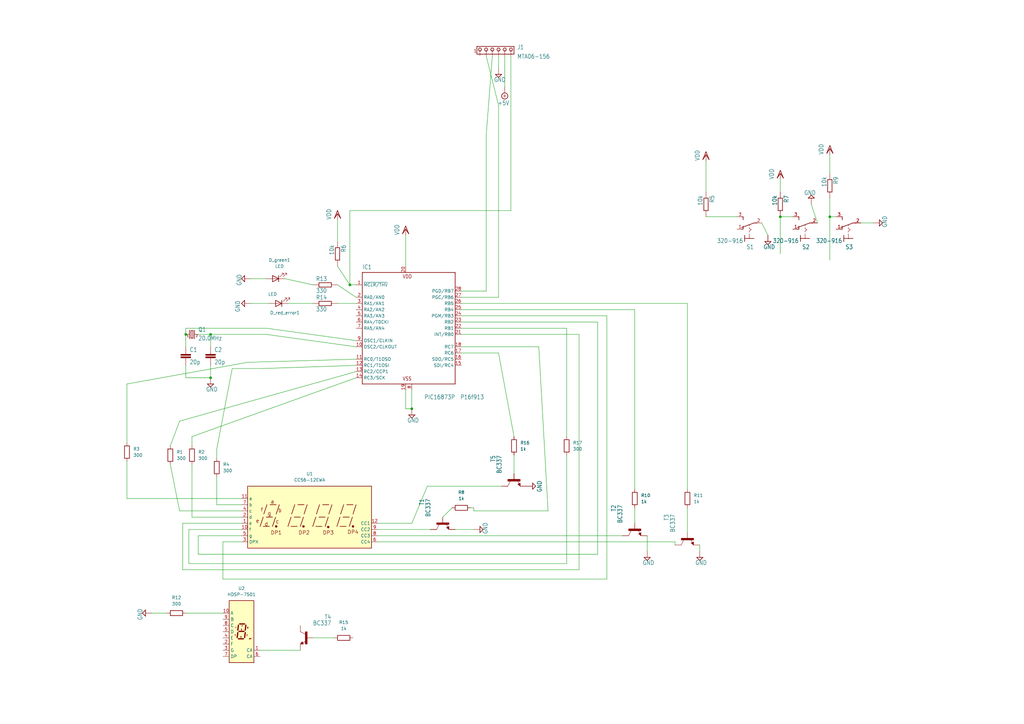
<source format=kicad_sch>
(kicad_sch (version 20250114) (generator "eeschema") (generator_version "9.0")
  (paper "A3")
  (lib_symbols
    (symbol "Device:LED" (pin_numbers (hide yes)) (pin_names (offset 1.016) (hide yes))
      (property "Reference" "D" (at 0 2.54 0))
      (property "Value" "LED" (at 0 -2.54 0))
      (symbol "LED_0_1"
        (polyline (pts (xy -3.048 -0.762) (xy -4.572 -2.286) (xy -3.81 -2.286) (xy -4.572 -2.286) (xy -4.572 -1.524)))
        (polyline (pts (xy -1.778 -0.762) (xy -3.302 -2.286) (xy -2.54 -2.286) (xy -3.302 -2.286) (xy -3.302 -1.524)))
        (polyline (pts (xy -1.27 0) (xy 1.27 0)))
        (polyline (pts (xy -1.27 -1.27) (xy -1.27 1.27)) (stroke (width 0.254)))
        (polyline (pts (xy 1.27 -1.27) (xy 1.27 1.27) (xy -1.27 0) (xy 1.27 -1.27)) (stroke (width 0.254)))
      )
      (symbol "LED_1_1"
        (pin passive line (at -3.81 0 0) (length 2.54) (name "K") (number "1"))
        (pin passive line (at 3.81 0 180) (length 2.54) (name "A") (number "2"))
      )
    )
    (symbol "Device:R" (pin_numbers (hide yes)) (pin_names (offset 0))
      (property "Reference" "R" (at 2.032 0 90))
      (property "Value" "R" (at 0 0 90))
      (symbol "R_0_1"
        (rectangle (start -1.016 -2.54) (end 1.016 2.54) (stroke (width 0.254)))
      )
      (symbol "R_1_1"
        (pin passive line (at 0 3.81 270) (length 1.27) (name "~") (number "1"))
        (pin passive line (at 0 -3.81 90) (length 1.27) (name "~") (number "2"))
      )
    )
    (symbol "Display_Character:CC56-12EWA"
      (property "Reference" "U" (at -24.13 13.97 0))
      (property "Value" "CC56-12EWA" (at 19.05 13.97 0))
      (symbol "CC56-12EWA_0_0"
        (rectangle (start -25.4 12.7) (end 25.4 -12.7) (stroke (width 0.254)) (fill (type background)))
        (polyline (pts (xy -20.32 -3.81) (xy -19.05 0)) (stroke (width 0.254)))
        (polyline (pts (xy -19.05 -3.81) (xy -16.51 -3.81)) (stroke (width 0.254)))
        (polyline (pts (xy -18.796 1.27) (xy -17.526 5.08)) (stroke (width 0.254)))
        (polyline (pts (xy -17.78 0) (xy -15.24 0)) (stroke (width 0.254)))
        (polyline (pts (xy -16.256 5.08) (xy -13.716 5.08)) (stroke (width 0.254)))
        (polyline (pts (xy -15.24 -3.81) (xy -13.97 0)) (stroke (width 0.254)))
        (polyline (pts (xy -13.716 1.27) (xy -12.446 5.08)) (stroke (width 0.254)))
        (polyline (pts (xy -8.89 -3.81) (xy -7.62 0)) (stroke (width 0.254)))
        (polyline (pts (xy -7.62 -3.81) (xy -5.08 -3.81)) (stroke (width 0.254)))
        (polyline (pts (xy -7.366 1.27) (xy -6.096 5.08)) (stroke (width 0.254)))
        (polyline (pts (xy -6.35 0) (xy -3.81 0)) (stroke (width 0.254)))
        (polyline (pts (xy -4.826 5.08) (xy -2.286 5.08)) (stroke (width 0.254)))
        (polyline (pts (xy -3.81 -3.81) (xy -2.54 0)) (stroke (width 0.254)))
        (polyline (pts (xy -2.286 1.27) (xy -1.016 5.08)) (stroke (width 0.254)))
        (polyline (pts (xy 1.27 -3.81) (xy 2.54 0)) (stroke (width 0.254)))
        (polyline (pts (xy 2.54 -3.81) (xy 5.08 -3.81)) (stroke (width 0.254)))
        (polyline (pts (xy 2.794 1.27) (xy 4.064 5.08)) (stroke (width 0.254)))
        (polyline (pts (xy 3.81 0) (xy 6.35 0)) (stroke (width 0.254)))
        (polyline (pts (xy 5.334 5.08) (xy 7.874 5.08)) (stroke (width 0.254)))
        (polyline (pts (xy 6.35 -3.81) (xy 7.62 0)) (stroke (width 0.254)))
        (polyline (pts (xy 7.874 1.27) (xy 9.144 5.08)) (stroke (width 0.254)))
        (polyline (pts (xy 11.176 -3.81) (xy 12.446 0)) (stroke (width 0.254)))
        (polyline (pts (xy 12.446 -3.81) (xy 14.986 -3.81)) (stroke (width 0.254)))
        (polyline (pts (xy 12.7 1.27) (xy 13.97 5.08)) (stroke (width 0.254)))
        (polyline (pts (xy 13.716 0) (xy 16.256 0)) (stroke (width 0.254)))
        (polyline (pts (xy 15.24 5.08) (xy 17.78 5.08)) (stroke (width 0.254)))
        (polyline (pts (xy 16.256 -3.81) (xy 17.526 0)) (stroke (width 0.254)))
        (polyline (pts (xy 17.78 1.27) (xy 19.05 5.08)) (stroke (width 0.254)))
        (text "e" (at -21.336 -1.524 0) (effects (font (size 1.524 1.524))))
        (text "f" (at -19.558 3.048 0) (effects (font (size 1.524 1.524))))
        (text "d" (at -17.78 -2.794 0) (effects (font (size 1.524 1.524))))
        (text "g" (at -16.51 1.524 0) (effects (font (size 1.524 1.524))))
        (text "a" (at -15.24 6.35 0) (effects (font (size 1.524 1.524))))
        (text "DP1" (at -13.716 -6.35 0) (effects (font (size 1.524 1.524))))
        (text "c" (at -13.208 -1.778 0) (effects (font (size 1.524 1.524))))
        (text "b" (at -12.192 2.794 0) (effects (font (size 1.524 1.524))))
        (text "DP2" (at -2.286 -6.35 0) (effects (font (size 1.524 1.524))))
        (text "DP3" (at 7.62 -6.35 0) (effects (font (size 1.524 1.524))))
        (text "DP4" (at 17.78 -6.096 0) (effects (font (size 1.524 1.524))))
      )
      (symbol "CC56-12EWA_0_1"
        (circle (center -13.716 -3.81) (radius 0.3556) (stroke (width 0.254)) (fill (type outline)))
        (circle (center -2.54 -3.81) (radius 0.3556) (stroke (width 0.254)) (fill (type outline)))
      )
      (symbol "CC56-12EWA_1_0"
        (circle (center 7.62 -4.064) (radius 0.3556) (stroke (width 0.254)) (fill (type outline)))
        (circle (center 17.78 -3.81) (radius 0.3556) (stroke (width 0.254)) (fill (type outline)))
      )
      (symbol "CC56-12EWA_1_1"
        (pin input line (at -27.94 7.62 0) (length 2.54) (name "a") (number "11"))
        (pin input line (at -27.94 5.08 0) (length 2.54) (name "b") (number "7"))
        (pin input line (at -27.94 2.54 0) (length 2.54) (name "c") (number "4"))
        (pin input line (at -27.94 0 0) (length 2.54) (name "d") (number "2"))
        (pin input line (at -27.94 -2.54 0) (length 2.54) (name "e") (number "1"))
        (pin input line (at -27.94 -5.08 0) (length 2.54) (name "f") (number "10"))
        (pin input line (at -27.94 -7.62 0) (length 2.54) (name "g") (number "5"))
        (pin input line (at -27.94 -10.16 0) (length 2.54) (name "DPX") (number "3"))
        (pin input line (at 27.94 -2.54 180) (length 2.54) (name "CC1") (number "12"))
        (pin input line (at 27.94 -5.08 180) (length 2.54) (name "CC2") (number "9"))
        (pin input line (at 27.94 -7.62 180) (length 2.54) (name "CC3") (number "8"))
        (pin input line (at 27.94 -10.16 180) (length 2.54) (name "CC4") (number "6"))
      )
    )
    (symbol "Display_Character:HDSP-7501"
      (property "Reference" "U" (at -3.81 13.97 0))
      (property "Value" "HDSP-7501" (at 6.35 13.97 0))
      (symbol "HDSP-7501_1_0"
        (text "E" (at -2.54 -1.397 0) (effects (font (size 0.508 0.508))))
        (text "F" (at -2.286 1.651 0) (effects (font (size 0.508 0.508))))
        (text "D" (at -0.254 -2.159 0) (effects (font (size 0.508 0.508))))
        (text "G" (at 0 0.889 0) (effects (font (size 0.508 0.508))))
        (text "A" (at 0.254 2.413 0) (effects (font (size 0.508 0.508))))
        (text "C" (at 2.286 -1.397 0) (effects (font (size 0.508 0.508))))
        (text "B" (at 2.54 1.651 0) (effects (font (size 0.508 0.508))))
        (text "DP" (at 3.556 -2.921 0) (effects (font (size 0.508 0.508))))
      )
      (symbol "HDSP-7501_1_1"
        (rectangle (start -5.08 12.7) (end 5.08 -12.7) (stroke (width 0.254)) (fill (type background)))
        (polyline (pts (xy -1.524 -0.381) (xy -1.778 -2.413)) (stroke (width 0.508)))
        (polyline (pts (xy -1.27 2.667) (xy -1.524 0.635)) (stroke (width 0.508)))
        (polyline (pts (xy -1.27 -2.921) (xy 0.762 -2.921)) (stroke (width 0.508)))
        (polyline (pts (xy -1.016 0.127) (xy 1.016 0.127)) (stroke (width 0.508)))
        (polyline (pts (xy -0.762 3.175) (xy 1.27 3.175)) (stroke (width 0.508)))
        (polyline (pts (xy 1.524 -0.381) (xy 1.27 -2.413)) (stroke (width 0.508)))
        (polyline (pts (xy 1.778 2.667) (xy 1.524 0.635)) (stroke (width 0.508)))
        (polyline (pts (xy 2.54 -2.921) (xy 2.54 -2.921)) (stroke (width 0.508)))
        (pin input line (at -7.62 7.62 0) (length 2.54) (name "A") (number "10"))
        (pin input line (at -7.62 5.08 0) (length 2.54) (name "B") (number "9"))
        (pin input line (at -7.62 2.54 0) (length 2.54) (name "C") (number "8"))
        (pin input line (at -7.62 0 0) (length 2.54) (name "D") (number "5"))
        (pin input line (at -7.62 -2.54 0) (length 2.54) (name "E") (number "4"))
        (pin input line (at -7.62 -5.08 0) (length 2.54) (name "F") (number "2"))
        (pin input line (at -7.62 -7.62 0) (length 2.54) (name "G") (number "3"))
        (pin input line (at -7.62 -10.16 0) (length 2.54) (name "DP") (number "7"))
        (pin input line (at 7.62 -7.62 180) (length 2.54) (name "CA") (number "1"))
        (pin input line (at 7.62 -10.16 180) (length 2.54) (name "CA") (number "6"))
      )
    )
    (symbol "schemat_regulatora-eagle-import:+5V" (power)
      (property "Value" "+5V" (at -1.905 3.175 0))
      (symbol "+5V_1_0"
        (polyline (pts (xy -0.635 1.27) (xy 0.635 1.27)) (stroke (width 0.1524)))
        (circle (center 0 1.27) (radius 1.27) (stroke (width 0.254)))
        (polyline (pts (xy 0 0.635) (xy 0 1.905)) (stroke (width 0.1524)))
        (pin power_in line (at 0 -2.54 90) (length 2.54) (name "+5V") (number "1"))
      )
    )
    (symbol "schemat_regulatora-eagle-import:320-916"
      (property "Reference" "S" (at -6.35 -1.905 90))
      (property "Value" "320-916" (at -3.81 2.54 90))
      (symbol "320-916_1_0"
        (polyline (pts (xy -5.08 1.905) (xy -3.81 1.905)) (stroke (width 0.254)))
        (polyline (pts (xy -3.81 1.905) (xy -3.81 0)) (stroke (width 0.254)))
        (polyline (pts (xy -3.81 1.905) (xy -2.54 1.905)) (stroke (width 0.254)))
        (polyline (pts (xy -3.81 0) (xy -3.81 -1.905)) (stroke (width 0.254)))
        (polyline (pts (xy -3.81 0) (xy -1.905 0)) (stroke (width 0.1524)))
        (polyline (pts (xy -1.27 0) (xy -0.762 0)) (stroke (width 0.1524)))
        (polyline (pts (xy -0.762 0) (xy -0.254 -0.762)) (stroke (width 0.1524)))
        (polyline (pts (xy -0.254 -0.762) (xy 0.254 0)) (stroke (width 0.1524)))
        (polyline (pts (xy 0 2.54) (xy 0 3.175)) (stroke (width 0.254)))
        (polyline (pts (xy 0 2.54) (xy 1.27 2.54)) (stroke (width 0.254)))
        (polyline (pts (xy 0.254 0) (xy 0.635 0)) (stroke (width 0.1524)))
        (polyline (pts (xy 1.27 0) (xy 1.905 0)) (stroke (width 0.1524)))
        (polyline (pts (xy 2.54 -1.905) (xy 0.635 3.175)) (stroke (width 0.254)))
        (polyline (pts (xy 2.54 -3.175) (xy 2.54 -1.905)) (stroke (width 0.254)))
        (polyline (pts (xy 3.81 2.54) (xy 5.08 2.54)) (stroke (width 0.254)))
        (polyline (pts (xy 5.08 2.54) (xy 5.08 3.175)) (stroke (width 0.254)))
        (pin passive line (at 0 5.08 270) (length 2.54) (name "O") (number "1"))
        (pin passive line (at 2.54 -5.08 90) (length 2.54) (name "P") (number "2"))
        (pin passive line (at 5.08 5.08 270) (length 2.54) (name "S") (number "3"))
      )
    )
    (symbol "schemat_regulatora-eagle-import:BC337"
      (property "Reference" "T" (at -10.16 7.62 0))
      (property "Value" "BC337" (at -10.16 5.08 0))
      (symbol "BC337_1_0"
        (rectangle (start -0.254 -2.54) (end 0.508 2.54) (fill (type outline)))
        (polyline (pts (xy 1.27 -2.54) (xy 1.778 -1.524)) (stroke (width 0.1524)))
        (polyline (pts (xy 1.524 -2.286) (xy 1.905 -2.286)) (stroke (width 0.254)))
        (polyline (pts (xy 1.524 -2.413) (xy 2.286 -2.413)) (stroke (width 0.254)))
        (polyline (pts (xy 1.54 -2.04) (xy 0.308 -1.424)) (stroke (width 0.1524)))
        (polyline (pts (xy 1.778 -1.524) (xy 2.54 -2.54)) (stroke (width 0.1524)))
        (polyline (pts (xy 1.778 -1.778) (xy 1.524 -2.286)) (stroke (width 0.254)))
        (polyline (pts (xy 1.905 -2.286) (xy 1.778 -2.032)) (stroke (width 0.254)))
        (polyline (pts (xy 2.286 -2.413) (xy 1.778 -1.778)) (stroke (width 0.254)))
        (polyline (pts (xy 2.54 2.54) (xy 0.508 1.524)) (stroke (width 0.1524)))
        (polyline (pts (xy 2.54 -2.54) (xy 1.27 -2.54)) (stroke (width 0.1524)))
        (pin passive line (at -2.54 0 0) (length 2.54) (name "B") (number "2"))
        (pin passive line (at 2.54 5.08 270) (length 2.54) (name "C") (number "3"))
        (pin passive line (at 2.54 -5.08 90) (length 2.54) (name "E") (number "1"))
      )
    )
    (symbol "schemat_regulatora-eagle-import:C5/4.5"
      (property "Reference" "C" (at 1.524 0.381 0))
      (property "Value" "C5{slash}4.5" (at 1.524 -4.699 0))
      (symbol "C5/4.5_1_0"
        (rectangle (start -2.032 -1.016) (end 2.032 -0.508) (fill (type outline)))
        (rectangle (start -2.032 -2.032) (end 2.032 -1.524) (fill (type outline)))
        (polyline (pts (xy 0 0) (xy 0 -0.508)) (stroke (width 0.1524)))
        (polyline (pts (xy 0 -2.54) (xy 0 -2.032)) (stroke (width 0.1524)))
        (pin passive line (at 0 2.54 270) (length 2.54) (name "1") (number "1"))
        (pin passive line (at 0 -5.08 90) (length 2.54) (name "2") (number "2"))
      )
    )
    (symbol "schemat_regulatora-eagle-import:CRYSTALHC49S"
      (property "Reference" "Q" (at 2.54 1.016 0))
      (property "Value" "CRYSTALHC49S" (at 2.54 -2.54 0))
      (symbol "CRYSTALHC49S_1_0"
        (polyline (pts (xy -2.54 0) (xy -1.016 0)) (stroke (width 0.1524)))
        (polyline (pts (xy -1.016 1.778) (xy -1.016 -1.778)) (stroke (width 0.254)))
        (polyline (pts (xy -0.381 1.524) (xy -0.381 -1.524)) (stroke (width 0.254)))
        (polyline (pts (xy -0.381 -1.524) (xy 0.381 -1.524)) (stroke (width 0.254)))
        (polyline (pts (xy 0.381 1.524) (xy -0.381 1.524)) (stroke (width 0.254)))
        (polyline (pts (xy 0.381 -1.524) (xy 0.381 1.524)) (stroke (width 0.254)))
        (polyline (pts (xy 1.016 1.778) (xy 1.016 -1.778)) (stroke (width 0.254)))
        (polyline (pts (xy 1.016 0) (xy 2.54 0)) (stroke (width 0.1524)))
        (text "1" (at -2.159 -1.143 0) (effects (font (size 0.8636 0.734)) (justify left bottom)))
        (text "2" (at 1.524 -1.143 0) (effects (font (size 0.8636 0.734)) (justify left bottom)))
        (pin passive line (at -2.54 0 0) (length 0) (name "1") (number "1"))
        (pin passive line (at 2.54 0 180) (length 0) (name "2") (number "2"))
      )
    )
    (symbol "schemat_regulatora-eagle-import:GND" (power)
      (property "Value" "GND" (at -1.905 -3.175 0))
      (symbol "GND_1_0"
        (polyline (pts (xy -1.27 0) (xy 1.27 0)) (stroke (width 0.254)))
        (polyline (pts (xy 0 -1.27) (xy -1.27 0)) (stroke (width 0.254)))
        (polyline (pts (xy 1.27 0) (xy 0 -1.27)) (stroke (width 0.254)))
        (pin power_in line (at 0 2.54 270) (length 2.54) (name "GND") (number "1"))
      )
    )
    (symbol "schemat_regulatora-eagle-import:MTA06-156"
      (property "Reference" "J" (at 15.24 0 0))
      (property "Value" "MTA06-156" (at 15.24 -3.81 0))
      (symbol "MTA06-156_1_0"
        (polyline (pts (xy -1.27 1.27) (xy -1.27 -1.905)) (stroke (width 0.254)))
        (polyline (pts (xy -1.27 1.27) (xy 13.97 1.27)) (stroke (width 0.254)))
        (circle (center 0 0) (radius 0.635) (stroke (width 0.254)))
        (circle (center 2.54 0) (radius 0.635) (stroke (width 0.254)))
        (circle (center 5.08 0) (radius 0.635) (stroke (width 0.254)))
        (circle (center 7.62 0) (radius 0.635) (stroke (width 0.254)))
        (circle (center 10.16 0) (radius 0.635) (stroke (width 0.254)))
        (circle (center 12.7 0) (radius 0.635) (stroke (width 0.254)))
        (polyline (pts (xy 13.97 -1.905) (xy -1.27 -1.905)) (stroke (width 0.254)))
        (polyline (pts (xy 13.97 -1.905) (xy 13.97 1.27)) (stroke (width 0.254)))
        (text "1" (at -2.54 -1.27 0) (effects (font (size 1.27 1.0795)) (justify left bottom)))
        (pin passive line (at 0 -2.54 90) (length 2.54) (name "1") (number "1"))
        (pin passive line (at 2.54 -2.54 90) (length 2.54) (name "2") (number "2"))
        (pin passive line (at 5.08 -2.54 90) (length 2.54) (name "3") (number "3"))
        (pin passive line (at 7.62 -2.54 90) (length 2.54) (name "4") (number "4"))
        (pin passive line (at 10.16 -2.54 90) (length 2.54) (name "5") (number "5"))
        (pin passive line (at 12.7 -2.54 90) (length 2.54) (name "6") (number "6"))
      )
    )
    (symbol "schemat_regulatora-eagle-import:PIC16873P"
      (property "Reference" "IC" (at -17.78 24.13 0))
      (property "Value" "PIC16873P" (at 7.62 -25.4 0))
      (symbol "PIC16873P_1_0"
        (polyline (pts (xy -17.78 22.86) (xy 20.32 22.86)) (stroke (width 0.254)))
        (polyline (pts (xy -17.78 -22.86) (xy -17.78 22.86)) (stroke (width 0.254)))
        (polyline (pts (xy 20.32 22.86) (xy 20.32 -22.86)) (stroke (width 0.254)))
        (polyline (pts (xy 20.32 -22.86) (xy -17.78 -22.86)) (stroke (width 0.254)))
        (text "VDD" (at -1.27 20.32 0) (effects (font (size 1.524 1.2954)) (justify left bottom)))
        (text "VSS" (at -1.27 -21.59 0) (effects (font (size 1.524 1.2954)) (justify left bottom)))
        (pin input line (at -20.32 17.78 0) (length 2.54) (name "~{MCLR/THV}") (number "1"))
        (pin bidirectional line (at -20.32 12.7 0) (length 2.54) (name "RA0/AN0") (number "2"))
        (pin bidirectional line (at -20.32 10.16 0) (length 2.54) (name "RA1/AN1") (number "3"))
        (pin bidirectional line (at -20.32 7.62 0) (length 2.54) (name "RA2/AN2") (number "4"))
        (pin bidirectional line (at -20.32 5.08 0) (length 2.54) (name "RA3/AN3") (number "5"))
        (pin bidirectional line (at -20.32 2.54 0) (length 2.54) (name "RA4/T0CKI") (number "6"))
        (pin bidirectional line (at -20.32 0 0) (length 2.54) (name "RA5/AN4") (number "7"))
        (pin input line (at -20.32 -5.08 0) (length 2.54) (name "OSC1/CLKIN") (number "9"))
        (pin output line (at -20.32 -7.62 0) (length 2.54) (name "OSC2/CLKOUT") (number "10"))
        (pin bidirectional line (at -20.32 -12.7 0) (length 2.54) (name "RC0/T1OSO") (number "11"))
        (pin bidirectional line (at -20.32 -15.24 0) (length 2.54) (name "RC1/T1OSI") (number "12"))
        (pin bidirectional line (at -20.32 -17.78 0) (length 2.54) (name "RC2/CCP1") (number "13"))
        (pin bidirectional line (at -20.32 -20.32 0) (length 2.54) (name "RC3/SCK") (number "14"))
        (pin power_in line (at 0 25.4 270) (length 2.54) (name "VDD") (number "20"))
        (pin power_in line (at 0 -25.4 90) (length 2.54) (name "VSS@1") (number "19"))
        (pin power_in line (at 2.54 -25.4 90) (length 2.54) (name "VSS") (number "8"))
        (pin bidirectional line (at 22.86 15.24 180) (length 2.54) (name "PGD/RB7") (number "28"))
        (pin bidirectional line (at 22.86 12.7 180) (length 2.54) (name "PGC/RB6") (number "27"))
        (pin bidirectional line (at 22.86 10.16 180) (length 2.54) (name "RB5") (number "26"))
        (pin bidirectional line (at 22.86 7.62 180) (length 2.54) (name "RB4") (number "25"))
        (pin bidirectional line (at 22.86 5.08 180) (length 2.54) (name "PGM/RB3") (number "24"))
        (pin bidirectional line (at 22.86 2.54 180) (length 2.54) (name "RB2") (number "23"))
        (pin bidirectional line (at 22.86 0 180) (length 2.54) (name "RB1") (number "22"))
        (pin bidirectional line (at 22.86 -2.54 180) (length 2.54) (name "INT/RB0") (number "21"))
        (pin bidirectional line (at 22.86 -7.62 180) (length 2.54) (name "RC7") (number "18"))
        (pin bidirectional line (at 22.86 -10.16 180) (length 2.54) (name "RC6") (number "17"))
        (pin bidirectional line (at 22.86 -12.7 180) (length 2.54) (name "SDO/RC5") (number "16"))
        (pin bidirectional line (at 22.86 -15.24 180) (length 2.54) (name "SDI/RC4") (number "15"))
      )
    )
    (symbol "schemat_regulatora-eagle-import:R-EU_0204/7"
      (property "Reference" "R" (at -3.81 1.4986 0))
      (property "Value" "R-EU_0204{slash}7" (at -3.81 -3.302 0))
      (symbol "R-EU_0204/7_1_0"
        (polyline (pts (xy -2.54 -0.889) (xy -2.54 0.889)) (stroke (width 0.254)))
        (polyline (pts (xy -2.54 -0.889) (xy 2.54 -0.889)) (stroke (width 0.254)))
        (polyline (pts (xy 2.54 0.889) (xy -2.54 0.889)) (stroke (width 0.254)))
        (polyline (pts (xy 2.54 -0.889) (xy 2.54 0.889)) (stroke (width 0.254)))
        (pin passive line (at -5.08 0 0) (length 2.54) (name "1") (number "1"))
        (pin passive line (at 5.08 0 180) (length 2.54) (name "2") (number "2"))
      )
    )
    (symbol "schemat_regulatora-eagle-import:VDD" (power)
      (property "Value" "VDD" (at -2.54 -2.54 90))
      (symbol "VDD_1_0"
        (polyline (pts (xy 0 1.27) (xy -1.27 -1.905)) (stroke (width 0.254)))
        (polyline (pts (xy 0 0) (xy -1.27 -1.905)) (stroke (width 0.254)))
        (polyline (pts (xy 1.27 -1.905) (xy 0 1.27)) (stroke (width 0.254)))
        (polyline (pts (xy 1.27 -1.905) (xy 0 0)) (stroke (width 0.254)))
        (pin power_in line (at 0 -2.54 90) (length 2.54) (name "VDD") (number "1"))
      )
    )
  )
  (junction (at 76.2 137.16))
  (junction (at 86.36 154.94))
  (junction (at 168.91 167.64))
  (junction (at 86.36 137.16))
  (junction (at 340.36 88.9))
  (junction (at 320.04 88.9))
  (junction (at 143.51 116.84))
  (wire (pts (xy 88.9 195.58) (xy 88.9 207.01)))
  (wire (pts (xy 99.06 214.63) (xy 74.93 214.63)))
  (wire (pts (xy 168.91 167.64) (xy 168.91 160.02)))
  (wire (pts (xy 74.93 214.63) (xy 74.93 233.68)))
  (wire (pts (xy 232.41 179.07) (xy 232.41 134.62)))
  (wire (pts (xy 78.74 212.09) (xy 99.06 212.09)))
  (wire (pts (xy 210.82 194.31) (xy 210.82 186.69)))
  (wire (pts (xy 99.06 209.55) (xy 73.66 209.55)))
  (wire (pts (xy 166.37 167.64) (xy 168.91 167.64)))
  (wire (pts (xy 109.22 134.62) (xy 146.05 139.7)))
  (wire (pts (xy 102.87 114.3) (xy 109.22 114.3)))
  (wire (pts (xy 138.43 90.17) (xy 138.43 99.06)))
  (wire (pts (xy 62.23 251.46) (xy 68.58 251.46)))
  (wire (pts (xy 138.43 116.84) (xy 146.05 121.92)))
  (wire (pts (xy 137.16 261.62) (xy 128.27 261.62)))
  (wire (pts (xy 332.74 83.82) (xy 335.28 91.44)))
  (wire (pts (xy 76.2 149.86) (xy 76.2 154.94)))
  (wire (pts (xy 314.96 96.52) (xy 312.42 91.44)))
  (wire (pts (xy 78.74 190.5) (xy 78.74 212.09)))
  (wire (pts (xy 109.22 137.16) (xy 146.05 142.24)))
  (wire (pts (xy 189.23 144.78) (xy 204.47 144.78)))
  (wire (pts (xy 69.85 190.5) (xy 73.66 209.55)))
  (wire (pts (xy 189.23 124.46) (xy 281.94 124.46)))
  (wire (pts (xy 99.06 217.17) (xy 77.47 217.17)))
  (wire (pts (xy 77.47 231.14) (xy 232.41 231.14)))
  (wire (pts (xy 86.36 154.94) (xy 86.36 149.86)))
  (wire (pts (xy 194.31 208.28) (xy 194.31 209.55)))
  (wire (pts (xy 320.04 104.14) (xy 320.04 88.9)))
  (wire (pts (xy 76.2 142.24) (xy 76.2 137.16)))
  (wire (pts (xy 186.69 217.17) (xy 194.31 217.17)))
  (wire (pts (xy 81.28 219.71) (xy 81.28 227.33)))
  (wire (pts (xy 209.55 86.36) (xy 209.55 22.86)))
  (wire (pts (xy 265.43 226.06) (xy 265.43 219.71)))
  (wire (pts (xy 99.06 204.47) (xy 52.07 204.47)))
  (wire (pts (xy 88.9 207.01) (xy 99.06 207.01)))
  (wire (pts (xy 76.2 137.16) (xy 76.2 134.62)))
  (wire (pts (xy 107.95 151.13) (xy 146.05 149.86)))
  (wire (pts (xy 128.27 124.46) (xy 118.11 124.46)))
  (wire (pts (xy 166.37 96.52) (xy 166.37 109.22)))
  (wire (pts (xy 189.23 134.62) (xy 232.41 134.62)))
  (wire (pts (xy 146.05 152.4) (xy 73.66 172.72)))
  (wire (pts (xy 88.9 184.15) (xy 88.9 187.96)))
  (wire (pts (xy 189.23 137.16) (xy 237.49 137.16)))
  (wire (pts (xy 207.01 35.56) (xy 207.01 22.86)))
  (wire (pts (xy 204.47 22.86) (xy 204.47 27.94)))
  (wire (pts (xy 204.47 43.18) (xy 204.47 121.92)))
  (wire (pts (xy 78.74 179.07) (xy 78.74 182.88)))
  (wire (pts (xy 91.44 237.49) (xy 91.44 222.25)))
  (wire (pts (xy 340.36 88.9) (xy 342.9 88.9)))
  (wire (pts (xy 302.26 88.9) (xy 289.56 88.9)))
  (wire (pts (xy 107.95 151.13) (xy 95.25 151.13)))
  (wire (pts (xy 189.23 119.38) (xy 199.39 119.38)))
  (wire (pts (xy 224.79 209.55) (xy 220.98 142.24)))
  (wire (pts (xy 281.94 124.46) (xy 281.94 200.66)))
  (wire (pts (xy 143.51 116.84) (xy 146.05 116.84)))
  (wire (pts (xy 81.28 137.16) (xy 86.36 137.16)))
  (wire (pts (xy 99.06 219.71) (xy 81.28 219.71)))
  (wire (pts (xy 194.31 209.55) (xy 224.79 209.55)))
  (wire (pts (xy 281.94 208.28) (xy 281.94 218.44)))
  (wire (pts (xy 154.94 217.17) (xy 176.53 217.17)))
  (wire (pts (xy 74.93 233.68) (xy 237.49 233.68)))
  (wire (pts (xy 248.92 129.54) (xy 248.92 237.49)))
  (wire (pts (xy 116.84 114.3) (xy 128.27 116.84)))
  (wire (pts (xy 340.36 81.28) (xy 340.36 88.9)))
  (wire (pts (xy 81.28 227.33) (xy 245.11 227.33)))
  (wire (pts (xy 189.23 121.92) (xy 204.47 121.92)))
  (wire (pts (xy 91.44 222.25) (xy 99.06 222.25)))
  (wire (pts (xy 95.25 151.13) (xy 88.9 184.15)))
  (wire (pts (xy 101.6 148.59) (xy 52.07 157.48)))
  (wire (pts (xy 287.02 226.06) (xy 287.02 223.52)))
  (wire (pts (xy 260.35 208.28) (xy 260.35 214.63)))
  (wire (pts (xy 220.98 142.24) (xy 189.23 142.24)))
  (wire (pts (xy 358.14 91.44) (xy 353.06 91.44)))
  (wire (pts (xy 199.39 55.88) (xy 199.39 119.38)))
  (wire (pts (xy 154.94 219.71) (xy 255.27 219.71)))
  (wire (pts (xy 320.04 73.66) (xy 320.04 78.74)))
  (wire (pts (xy 245.11 132.08) (xy 189.23 132.08)))
  (wire (pts (xy 123.19 266.7) (xy 106.68 266.7)))
  (wire (pts (xy 320.04 88.9) (xy 325.12 88.9)))
  (wire (pts (xy 101.6 148.59) (xy 146.05 147.32)))
  (wire (pts (xy 237.49 233.68) (xy 237.49 137.16)))
  (wire (pts (xy 76.2 134.62) (xy 109.22 134.62)))
  (wire (pts (xy 199.39 22.86) (xy 204.47 43.18)))
  (wire (pts (xy 289.56 66.04) (xy 289.56 78.74)))
  (wire (pts (xy 276.86 222.25) (xy 276.86 223.52)))
  (wire (pts (xy 245.11 227.33) (xy 245.11 132.08)))
  (wire (pts (xy 175.26 199.39) (xy 205.74 199.39)))
  (wire (pts (xy 185.42 208.28) (xy 181.61 212.09)))
  (wire (pts (xy 154.94 222.25) (xy 276.86 222.25)))
  (wire (pts (xy 138.43 109.22) (xy 143.51 116.84)))
  (wire (pts (xy 189.23 129.54) (xy 248.92 129.54)))
  (wire (pts (xy 76.2 154.94) (xy 86.36 154.94)))
  (wire (pts (xy 143.51 86.36) (xy 209.55 86.36)))
  (wire (pts (xy 86.36 137.16) (xy 86.36 142.24)))
  (wire (pts (xy 340.36 106.68) (xy 340.36 88.9)))
  (wire (pts (xy 210.82 179.07) (xy 204.47 144.78)))
  (wire (pts (xy 52.07 181.61) (xy 52.07 157.48)))
  (wire (pts (xy 143.51 116.84) (xy 143.51 86.36)))
  (wire (pts (xy 248.92 237.49) (xy 91.44 237.49)))
  (wire (pts (xy 260.35 127) (xy 260.35 200.66)))
  (wire (pts (xy 194.31 208.28) (xy 193.04 208.28)))
  (wire (pts (xy 52.07 204.47) (xy 52.07 189.23)))
  (wire (pts (xy 340.36 63.5) (xy 340.36 71.12)))
  (wire (pts (xy 77.47 217.17) (xy 77.47 231.14)))
  (wire (pts (xy 146.05 154.94) (xy 78.74 179.07)))
  (wire (pts (xy 86.36 137.16) (xy 109.22 137.16)))
  (wire (pts (xy 154.94 214.63) (xy 168.91 214.63)))
  (wire (pts (xy 73.66 172.72) (xy 69.85 182.88)))
  (wire (pts (xy 138.43 124.46) (xy 146.05 124.46)))
  (wire (pts (xy 232.41 231.14) (xy 232.41 186.69)))
  (wire (pts (xy 166.37 160.02) (xy 166.37 167.64)))
  (wire (pts (xy 76.2 251.46) (xy 91.44 251.46)))
  (wire (pts (xy 168.91 214.63) (xy 175.26 199.39)))
  (wire (pts (xy 102.87 124.46) (xy 110.49 124.46)))
  (wire (pts (xy 189.23 127) (xy 260.35 127)))
  (wire (pts (xy 199.39 55.88) (xy 201.93 22.86)))
  (symbol (lib_id "schemat_regulatora-eagle-import:GND") (at 168.91 170.18 0) (unit 1)
    (property "Reference" "#GND01" (effects (hide yes)))
    (property "Value" "GND" (at 167.005 173.355 0) (effects (font (size 1.778 1.5113)) (justify left bottom)))
    (property "Footprint" "schemat_regulatora:" (effects (hide yes)))
  )
  (symbol (lib_id "Display_Character:HDSP-7501") (at 99.06 259.08 0) (unit 1)
    (property "Reference" "U2" (at 99.06 241.3 0))
    (property "Value" "HDSP-7501" (at 99.06 243.84 0))
    (property "Footprint" "Display_7Segment:HDSP-A151" (effects (hide yes)))
    (property "Datasheet" "https://docs.broadcom.com/docs/AV02-2553EN" (effects (hide yes)))
  )
  (symbol (lib_id "schemat_regulatora-eagle-import:VDD") (at 289.56 63.5 0) (unit 1)
    (property "Reference" "#VDD01" (effects (hide yes)))
    (property "Value" "VDD" (at 287.02 66.04 90) (effects (font (size 1.778 1.5113)) (justify left bottom)))
    (property "Footprint" "schemat_regulatora:" (effects (hide yes)))
  )
  (symbol (lib_id "schemat_regulatora-eagle-import:R-EU_0204/7") (at 340.36 76.2 270) (unit 1)
    (property "Reference" "R9" (at 341.8586 72.39 0) (effects (font (size 1.778 1.5113)) (justify left bottom)))
    (property "Value" "10k" (at 337.058 72.39 0) (effects (font (size 1.778 1.5113)) (justify left bottom)))
    (property "Footprint" "schemat_regulatora:0204_7" (effects (hide yes)))
  )
  (symbol (lib_id "schemat_regulatora-eagle-import:GND") (at 314.96 99.06 0) (unit 1)
    (property "Reference" "#SUPPLY02" (effects (hide yes)))
    (property "Value" "GND" (at 313.055 102.235 0) (effects (font (size 1.778 1.5113)) (justify left bottom)))
    (property "Footprint" "schemat_regulatora:" (effects (hide yes)))
  )
  (symbol (lib_id "Device:LED") (at 114.3 124.46 180) (unit 1)
    (property "Reference" "D_red_error1" (at 116.84 128.27 0))
    (property "Value" "LED" (at 111.76 120.65 0))
  )
  (symbol (lib_id "schemat_regulatora-eagle-import:BC337") (at 210.82 196.85 90) (mirror x) (unit 1)
    (property "Reference" "T5" (at 203.2 186.69 0) (effects (font (size 1.778 1.5113)) (justify left bottom)))
    (property "Value" "BC337" (at 205.74 186.69 0) (effects (font (size 1.778 1.5113)) (justify left bottom)))
    (property "Footprint" "schemat_regulatora:TO92" (effects (hide yes)))
  )
  (symbol (lib_id "schemat_regulatora-eagle-import:BC337") (at 260.35 217.17 90) (mirror x) (unit 1)
    (property "Reference" "T2" (at 252.73 207.01 0) (effects (font (size 1.778 1.5113)) (justify left bottom)))
    (property "Value" "BC337" (at 255.27 207.01 0) (effects (font (size 1.778 1.5113)) (justify left bottom)))
    (property "Footprint" "schemat_regulatora:TO92" (effects (hide yes)))
  )
  (symbol (lib_id "schemat_regulatora-eagle-import:GND") (at 59.69 251.46 270) (unit 1)
    (property "Reference" "#GND06" (effects (hide yes)))
    (property "Value" "GND" (at 56.515 249.555 0) (effects (font (size 1.778 1.5113)) (justify left bottom)))
    (property "Footprint" "schemat_regulatora:" (effects (hide yes)))
  )
  (symbol (lib_id "schemat_regulatora-eagle-import:VDD") (at 320.04 71.12 0) (unit 1)
    (property "Reference" "#VDD03" (effects (hide yes)))
    (property "Value" "VDD" (at 317.5 73.66 90) (effects (font (size 1.778 1.5113)) (justify left bottom)))
    (property "Footprint" "schemat_regulatora:" (effects (hide yes)))
  )
  (symbol (lib_id "Device:R") (at 140.97 261.62 90) (unit 1)
    (property "Reference" "R15" (at 140.97 255.27 90))
    (property "Value" "1k" (at 140.97 257.81 90))
  )
  (symbol (lib_id "schemat_regulatora-eagle-import:R-EU_0204/7") (at 133.35 116.84 0) (unit 1)
    (property "Reference" "R13" (at 129.54 115.3414 0) (effects (font (size 1.778 1.5113)) (justify left bottom)))
    (property "Value" "330" (at 129.54 120.142 0) (effects (font (size 1.778 1.5113)) (justify left bottom)))
    (property "Footprint" "schemat_regulatora:0204_7" (effects (hide yes)))
  )
  (symbol (lib_id "schemat_regulatora-eagle-import:320-916") (at 330.2 93.98 90) (unit 1)
    (property "Reference" "S2" (at 332.105 100.33 90) (effects (font (size 1.778 1.5113)) (justify left bottom)))
    (property "Value" "320-916" (at 327.66 97.79 90) (effects (font (size 1.778 1.5113)) (justify left bottom)))
    (property "Footprint" "schemat_regulatora:320-916" (effects (hide yes)))
  )
  (symbol (lib_id "Device:R") (at 52.07 185.42 180) (unit 1)
    (property "Reference" "R3" (at 54.61 184.1499 0) (effects (justify right)))
    (property "Value" "300" (at 54.61 186.6899 0) (effects (justify right)))
  )
  (symbol (lib_id "schemat_regulatora-eagle-import:320-916") (at 307.34 93.98 90) (unit 1)
    (property "Reference" "S1" (at 309.245 100.33 90) (effects (font (size 1.778 1.5113)) (justify left bottom)))
    (property "Value" "320-916" (at 304.8 97.79 90) (effects (font (size 1.778 1.5113)) (justify left bottom)))
    (property "Footprint" "schemat_regulatora:320-916" (effects (hide yes)))
  )
  (symbol (lib_id "Device:R") (at 78.74 186.69 180) (unit 1)
    (property "Reference" "R2" (at 81.28 185.4199 0) (effects (justify right)))
    (property "Value" "300" (at 81.28 187.9599 0) (effects (justify right)))
  )
  (symbol (lib_id "Device:R") (at 72.39 251.46 270) (unit 1)
    (property "Reference" "R12" (at 72.39 245.11 90))
    (property "Value" "300" (at 72.39 247.65 90))
  )
  (symbol (lib_id "schemat_regulatora-eagle-import:C5/4.5") (at 86.36 144.78 0) (unit 1)
    (property "Reference" "C2" (at 87.884 144.399 0) (effects (font (size 1.778 1.5113)) (justify left bottom)))
    (property "Value" "20p" (at 87.884 149.479 0) (effects (font (size 1.778 1.5113)) (justify left bottom)))
    (property "Footprint" "schemat_regulatora:C5B4.5" (effects (hide yes)))
  )
  (symbol (lib_id "schemat_regulatora-eagle-import:BC337") (at 125.73 261.62 0) (mirror y) (unit 1)
    (property "Reference" "T4" (at 135.89 254 0) (effects (font (size 1.778 1.5113)) (justify left bottom)))
    (property "Value" "BC337" (at 135.89 256.54 0) (effects (font (size 1.778 1.5113)) (justify left bottom)))
    (property "Footprint" "schemat_regulatora:TO92" (effects (hide yes)))
  )
  (symbol (lib_id "Device:R") (at 88.9 191.77 180) (unit 1)
    (property "Reference" "R4" (at 91.44 190.4999 0) (effects (justify right)))
    (property "Value" "300" (at 91.44 193.0399 0) (effects (justify right)))
  )
  (symbol (lib_id "schemat_regulatora-eagle-import:GND") (at 265.43 228.6 0) (unit 1)
    (property "Reference" "#GND04" (effects (hide yes)))
    (property "Value" "GND" (at 263.525 231.775 0) (effects (font (size 1.778 1.5113)) (justify left bottom)))
    (property "Footprint" "schemat_regulatora:" (effects (hide yes)))
  )
  (symbol (lib_id "schemat_regulatora-eagle-import:GND") (at 218.44 199.39 90) (unit 1)
    (property "Reference" "#GND09" (effects (hide yes)))
    (property "Value" "GND" (at 222.25 201.93 0) (effects (font (size 1.778 1.5113)) (justify left bottom)))
    (property "Footprint" "schemat_regulatora:" (effects (hide yes)))
  )
  (symbol (lib_id "Device:LED") (at 113.03 114.3 180) (unit 1)
    (property "Reference" "D_green1" (at 114.6175 106.68 0))
    (property "Value" "LED" (at 114.6175 109.22 0))
  )
  (symbol (lib_id "Device:R") (at 189.23 208.28 90) (unit 1)
    (property "Reference" "R8" (at 189.23 201.93 90))
    (property "Value" "1k" (at 189.23 204.47 90))
  )
  (symbol (lib_id "schemat_regulatora-eagle-import:320-916") (at 347.98 93.98 90) (unit 1)
    (property "Reference" "S3" (at 349.885 100.33 90) (effects (font (size 1.778 1.5113)) (justify left bottom)))
    (property "Value" "320-916" (at 345.44 97.79 90) (effects (font (size 1.778 1.5113)) (justify left bottom)))
    (property "Footprint" "schemat_regulatora:320-916" (effects (hide yes)))
  )
  (symbol (lib_id "Device:R") (at 69.85 186.69 180) (unit 1)
    (property "Reference" "R1" (at 72.39 185.4199 0) (effects (justify right)))
    (property "Value" "300" (at 72.39 187.9599 0) (effects (justify right)))
  )
  (symbol (lib_id "schemat_regulatora-eagle-import:VDD") (at 340.36 60.96 0) (unit 1)
    (property "Reference" "#VDD05" (effects (hide yes)))
    (property "Value" "VDD" (at 337.82 63.5 90) (effects (font (size 1.778 1.5113)) (justify left bottom)))
    (property "Footprint" "schemat_regulatora:" (effects (hide yes)))
  )
  (symbol (lib_id "schemat_regulatora-eagle-import:GND") (at 100.33 114.3 270) (unit 1)
    (property "Reference" "#GND07" (effects (hide yes)))
    (property "Value" "GND" (at 97.155 112.395 0) (effects (font (size 1.778 1.5113)) (justify left bottom)))
    (property "Footprint" "schemat_regulatora:" (effects (hide yes)))
  )
  (symbol (lib_id "Device:R") (at 232.41 182.88 180) (unit 1)
    (property "Reference" "R17" (at 234.95 181.6099 0) (effects (justify right)))
    (property "Value" "300" (at 234.95 184.1499 0) (effects (justify right)))
  )
  (symbol (lib_id "schemat_regulatora-eagle-import:GND") (at 204.47 30.48 0) (unit 1)
    (property "Reference" "#GND03" (effects (hide yes)))
    (property "Value" "GND" (at 202.565 33.655 0) (effects (font (size 1.778 1.5113)) (justify left bottom)))
    (property "Footprint" "schemat_regulatora:" (effects (hide yes)))
  )
  (symbol (lib_id "schemat_regulatora-eagle-import:R-EU_0204/7") (at 289.56 83.82 270) (unit 1)
    (property "Reference" "R5" (at 291.0586 80.01 0) (effects (font (size 1.778 1.5113)) (justify left bottom)))
    (property "Value" "10k" (at 286.258 80.01 0) (effects (font (size 1.778 1.5113)) (justify left bottom)))
    (property "Footprint" "schemat_regulatora:0204_7" (effects (hide yes)))
  )
  (symbol (lib_id "schemat_regulatora-eagle-import:GND") (at 86.36 157.48 0) (unit 1)
    (property "Reference" "#SUPPLY01" (effects (hide yes)))
    (property "Value" "GND" (at 84.455 160.655 0) (effects (font (size 1.778 1.5113)) (justify left bottom)))
    (property "Footprint" "schemat_regulatora:" (effects (hide yes)))
  )
  (symbol (lib_id "Display_Character:CC56-12EWA") (at 127 212.09 0) (unit 1)
    (property "Reference" "U1" (at 127 194.31 0))
    (property "Value" "CC56-12EWA" (at 127 196.85 0))
    (property "Footprint" "Display_7Segment:CA56-12EWA" (effects (hide yes)))
    (property "Datasheet" "http://www.kingbrightusa.com/images/catalog/SPEC/CA56-12EWA.pdf" (effects (hide yes)))
  )
  (symbol (lib_id "Device:R") (at 260.35 204.47 180) (unit 1)
    (property "Reference" "R10" (at 262.89 203.1999 0) (effects (justify right)))
    (property "Value" "1k" (at 262.89 205.7399 0) (effects (justify right)))
  )
  (symbol (lib_id "schemat_regulatora-eagle-import:GND") (at 287.02 228.6 0) (unit 1)
    (property "Reference" "#GND05" (effects (hide yes)))
    (property "Value" "GND" (at 285.115 231.775 0) (effects (font (size 1.778 1.5113)) (justify left bottom)))
    (property "Footprint" "schemat_regulatora:" (effects (hide yes)))
  )
  (symbol (lib_id "schemat_regulatora-eagle-import:MTA06-156") (at 196.85 20.32 0) (unit 1)
    (property "Reference" "J1" (at 212.09 20.32 0) (effects (font (size 1.778 1.5113)) (justify left bottom)))
    (property "Value" "MTA06-156" (at 212.09 24.13 0) (effects (font (size 1.778 1.5113)) (justify left bottom)))
    (property "Footprint" "schemat_regulatora:1X6MTA" (effects (hide yes)))
  )
  (symbol (lib_id "schemat_regulatora-eagle-import:VDD") (at 166.37 93.98 0) (unit 1)
    (property "Reference" "#VDD04" (effects (hide yes)))
    (property "Value" "VDD" (at 163.83 96.52 90) (effects (font (size 1.778 1.5113)) (justify left bottom)))
    (property "Footprint" "schemat_regulatora:" (effects (hide yes)))
  )
  (symbol (lib_id "schemat_regulatora-eagle-import:BC337") (at 281.94 220.98 90) (mirror x) (unit 1)
    (property "Reference" "T3" (at 274.32 210.82 0) (effects (font (size 1.778 1.5113)) (justify left bottom)))
    (property "Value" "BC337" (at 276.86 210.82 0) (effects (font (size 1.778 1.5113)) (justify left bottom)))
    (property "Footprint" "schemat_regulatora:TO92" (effects (hide yes)))
  )
  (symbol (lib_id "schemat_regulatora-eagle-import:+5V") (at 207.01 38.1 180) (unit 1)
    (property "Reference" "#SUPPLY05" (effects (hide yes)))
    (property "Value" "+5V" (at 208.915 41.275 0) (effects (font (size 1.778 1.5113)) (justify left bottom)))
    (property "Footprint" "schemat_regulatora:" (effects (hide yes)))
  )
  (symbol (lib_id "schemat_regulatora-eagle-import:R-EU_0204/7") (at 320.04 83.82 270) (unit 1)
    (property "Reference" "R7" (at 321.5386 80.01 0) (effects (font (size 1.778 1.5113)) (justify left bottom)))
    (property "Value" "10k" (at 316.738 80.01 0) (effects (font (size 1.778 1.5113)) (justify left bottom)))
    (property "Footprint" "schemat_regulatora:0204_7" (effects (hide yes)))
  )
  (symbol (lib_id "schemat_regulatora-eagle-import:R-EU_0204/7") (at 138.43 104.14 270) (unit 1)
    (property "Reference" "R6" (at 139.9286 100.33 0) (effects (font (size 1.778 1.5113)) (justify left bottom)))
    (property "Value" "10k" (at 135.128 100.33 0) (effects (font (size 1.778 1.5113)) (justify left bottom)))
    (property "Footprint" "schemat_regulatora:0204_7" (effects (hide yes)))
  )
  (symbol (lib_id "schemat_regulatora-eagle-import:GND") (at 360.68 91.44 90) (unit 1)
    (property "Reference" "#SUPPLY04" (effects (hide yes)))
    (property "Value" "GND" (at 363.855 93.345 0) (effects (font (size 1.778 1.5113)) (justify left bottom)))
    (property "Footprint" "schemat_regulatora:" (effects (hide yes)))
  )
  (symbol (lib_id "schemat_regulatora-eagle-import:BC337") (at 181.61 214.63 90) (mirror x) (unit 1)
    (property "Reference" "T1" (at 173.99 204.47 0) (effects (font (size 1.778 1.5113)) (justify left bottom)))
    (property "Value" "BC337" (at 176.53 204.47 0) (effects (font (size 1.778 1.5113)) (justify left bottom)))
    (property "Footprint" "schemat_regulatora:TO92" (effects (hide yes)))
  )
  (symbol (lib_id "schemat_regulatora-eagle-import:GND") (at 100.33 124.46 270) (unit 1)
    (property "Reference" "#GND08" (effects (hide yes)))
    (property "Value" "GND" (at 96.52 123.19 0) (effects (font (size 1.778 1.5113)) (justify left bottom)))
    (property "Footprint" "schemat_regulatora:" (effects (hide yes)))
  )
  (symbol (lib_id "schemat_regulatora-eagle-import:PIC16873P") (at 166.37 134.62 0) (unit 1)
    (property "Reference" "IC1" (at 148.59 110.49 0) (effects (font (size 1.778 1.5113)) (justify left bottom)))
    (property "Value" "PIC16873P  P16f913" (at 173.99 163.83 0) (effects (font (size 1.778 1.5113)) (justify left bottom)))
    (property "Footprint" "schemat_regulatora:DIL28-3" (effects (hide yes)))
  )
  (symbol (lib_id "schemat_regulatora-eagle-import:C5/4.5") (at 76.2 144.78 0) (unit 1)
    (property "Reference" "C1" (at 77.724 144.399 0) (effects (font (size 1.778 1.5113)) (justify left bottom)))
    (property "Value" "20p" (at 77.724 149.479 0) (effects (font (size 1.778 1.5113)) (justify left bottom)))
    (property "Footprint" "schemat_regulatora:C5B4.5" (effects (hide yes)))
  )
  (symbol (lib_id "Device:R") (at 281.94 204.47 180) (unit 1)
    (property "Reference" "R11" (at 284.48 203.1999 0) (effects (justify right)))
    (property "Value" "1k" (at 284.48 205.7399 0) (effects (justify right)))
  )
  (symbol (lib_id "schemat_regulatora-eagle-import:GND") (at 332.74 81.28 180) (unit 1)
    (property "Reference" "#SUPPLY03" (effects (hide yes)))
    (property "Value" "GND" (at 334.645 78.105 0) (effects (font (size 1.778 1.5113)) (justify left bottom)))
    (property "Footprint" "schemat_regulatora:" (effects (hide yes)))
  )
  (symbol (lib_id "Device:R") (at 210.82 182.88 180) (unit 1)
    (property "Reference" "R16" (at 213.36 181.6099 0) (effects (justify right)))
    (property "Value" "1k" (at 213.36 184.1499 0) (effects (justify right)))
  )
  (symbol (lib_id "schemat_regulatora-eagle-import:CRYSTALHC49S") (at 78.74 137.16 0) (unit 1)
    (property "Reference" "Q1" (at 81.28 136.144 0) (effects (font (size 1.778 1.5113)) (justify left bottom)))
    (property "Value" "20.0MHz" (at 81.28 139.7 0) (effects (font (size 1.778 1.5113)) (justify left bottom)))
    (property "Footprint" "schemat_regulatora:HC49_S" (effects (hide yes)))
  )
  (symbol (lib_id "schemat_regulatora-eagle-import:GND") (at 196.85 217.17 90) (unit 1)
    (property "Reference" "#GND02" (effects (hide yes)))
    (property "Value" "GND" (at 200.025 219.075 0) (effects (font (size 1.778 1.5113)) (justify left bottom)))
    (property "Footprint" "schemat_regulatora:" (effects (hide yes)))
  )
  (symbol (lib_id "schemat_regulatora-eagle-import:R-EU_0204/7") (at 133.35 124.46 0) (unit 1)
    (property "Reference" "R14" (at 129.54 122.9614 0) (effects (font (size 1.778 1.5113)) (justify left bottom)))
    (property "Value" "330" (at 129.54 127.762 0) (effects (font (size 1.778 1.5113)) (justify left bottom)))
    (property "Footprint" "schemat_regulatora:0204_7" (effects (hide yes)))
  )
  (symbol (lib_id "schemat_regulatora-eagle-import:VDD") (at 138.43 87.63 0) (unit 1)
    (property "Reference" "#VDD02" (effects (hide yes)))
    (property "Value" "VDD" (at 135.89 90.17 90) (effects (font (size 1.778 1.5113)) (justify left bottom)))
    (property "Footprint" "schemat_regulatora:" (effects (hide yes)))
  )
)
</source>
